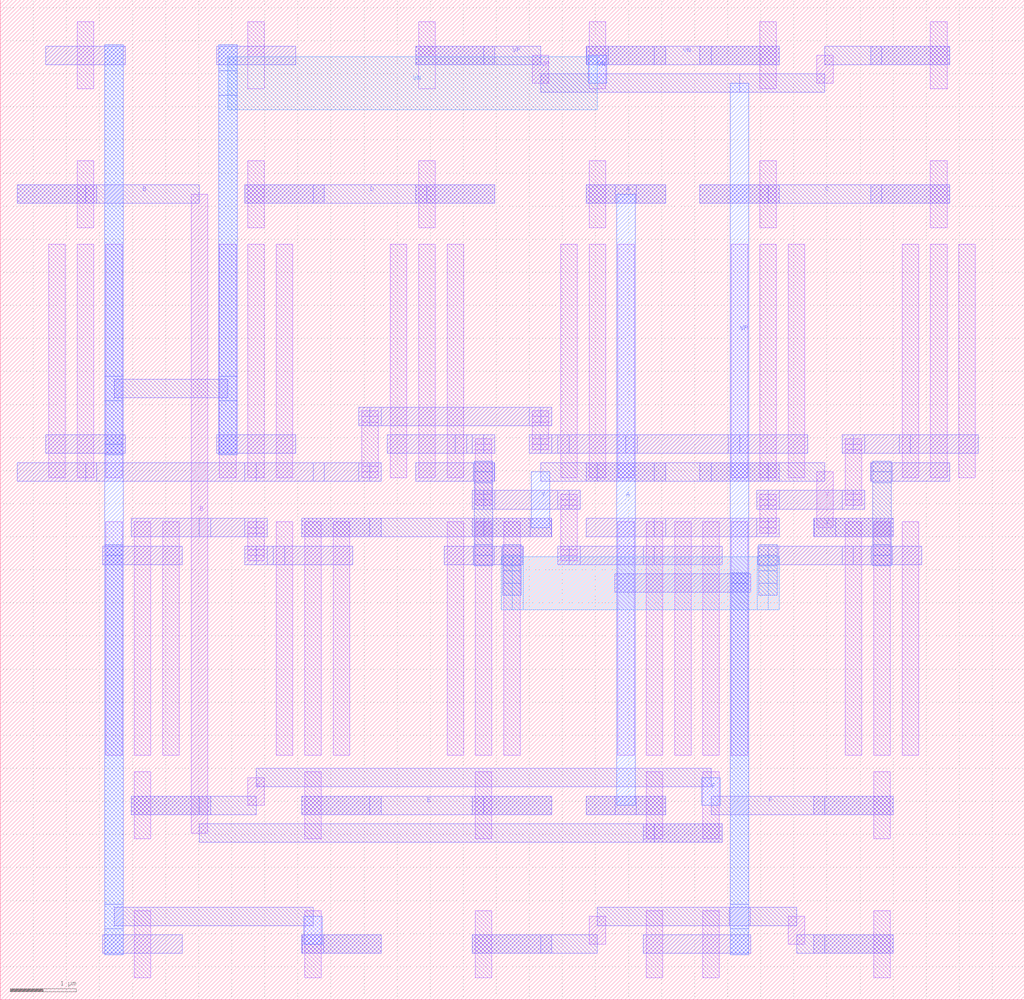
<source format=lef>
MACRO MY_FUNCTION
  ORIGIN 0 0 ;
  FOREIGN MY_FUNCTION 0 0 ;
  SIZE 15.48 BY 15.12 ;
  PIN A
    DIRECTION INOUT ;
    USE SIGNAL ;
    PORT 
      LAYER M2 ;
        RECT 8.86 2.8 10.06 3.08 ;
      LAYER M2 ;
        RECT 8.86 12.04 10.06 12.32 ;
      LAYER M2 ;
        RECT 9.3 2.8 9.62 3.08 ;
      LAYER M3 ;
        RECT 9.32 2.94 9.6 12.18 ;
      LAYER M2 ;
        RECT 9.3 12.04 9.62 12.32 ;
    END
  END A
  PIN B
    DIRECTION INOUT ;
    USE SIGNAL ;
    PORT 
      LAYER M2 ;
        RECT 9.72 2.38 10.92 2.66 ;
      LAYER M2 ;
        RECT 0.26 12.04 1.46 12.32 ;
      LAYER M2 ;
        RECT 3.01 2.38 9.89 2.66 ;
      LAYER M1 ;
        RECT 2.885 2.52 3.135 12.18 ;
      LAYER M2 ;
        RECT 1.29 12.04 3.01 12.32 ;
    END
  END B
  PIN VP
    DIRECTION INOUT ;
    USE SIGNAL ;
    PORT 
      LAYER M2 ;
        RECT 7.14 0.7 8.34 0.98 ;
      LAYER M2 ;
        RECT 12.3 0.7 13.5 0.98 ;
      LAYER M3 ;
        RECT 11.04 0.68 11.32 6.46 ;
      LAYER M2 ;
        RECT 13.16 14.14 14.36 14.42 ;
      LAYER M2 ;
        RECT 6.28 14.14 7.48 14.42 ;
      LAYER M2 ;
        RECT 8.17 0.7 9.03 0.98 ;
      LAYER M1 ;
        RECT 8.905 0.84 9.155 1.26 ;
      LAYER M2 ;
        RECT 9.03 1.12 12.04 1.4 ;
      LAYER M1 ;
        RECT 11.915 0.84 12.165 1.26 ;
      LAYER M2 ;
        RECT 12.04 0.7 12.47 0.98 ;
      LAYER M2 ;
        RECT 11.02 1.12 11.34 1.4 ;
      LAYER M3 ;
        RECT 11.04 1.075 11.32 1.445 ;
      LAYER M3 ;
        RECT 11.04 6.3 11.32 13.86 ;
      LAYER M2 ;
        RECT 11.18 13.72 12.47 14 ;
      LAYER M1 ;
        RECT 12.345 13.86 12.595 14.28 ;
      LAYER M2 ;
        RECT 12.47 14.14 13.33 14.42 ;
      LAYER M2 ;
        RECT 8.17 13.72 11.18 14 ;
      LAYER M1 ;
        RECT 8.045 13.86 8.295 14.28 ;
      LAYER M2 ;
        RECT 7.31 14.14 8.17 14.42 ;
    END
  END VP
  PIN VN
    DIRECTION INOUT ;
    USE SIGNAL ;
    PORT 
      LAYER M3 ;
        RECT 1.58 0.68 1.86 6.88 ;
      LAYER M2 ;
        RECT 4.56 0.7 5.76 0.98 ;
      LAYER M3 ;
        RECT 1.58 8.24 1.86 14.44 ;
      LAYER M3 ;
        RECT 3.3 8.24 3.58 14.44 ;
      LAYER M2 ;
        RECT 8.86 14.14 10.06 14.42 ;
      LAYER M2 ;
        RECT 10.58 14.14 11.78 14.42 ;
      LAYER M3 ;
        RECT 1.58 1.075 1.86 1.445 ;
      LAYER M2 ;
        RECT 1.72 1.12 4.73 1.4 ;
      LAYER M3 ;
        RECT 4.59 0.84 4.87 1.26 ;
      LAYER M2 ;
        RECT 4.57 0.7 4.89 0.98 ;
      LAYER M3 ;
        RECT 1.58 6.72 1.86 8.4 ;
      LAYER M3 ;
        RECT 1.58 9.055 1.86 9.425 ;
      LAYER M2 ;
        RECT 1.72 9.1 3.44 9.38 ;
      LAYER M3 ;
        RECT 3.3 9.055 3.58 9.425 ;
      LAYER M3 ;
        RECT 3.3 13.675 3.58 14.045 ;
      LAYER M4 ;
        RECT 3.44 13.46 9.03 14.26 ;
      LAYER M3 ;
        RECT 8.89 13.86 9.17 14.28 ;
      LAYER M2 ;
        RECT 8.87 14.14 9.19 14.42 ;
      LAYER M2 ;
        RECT 9.89 14.14 10.75 14.42 ;
    END
  END VN
  PIN D
    DIRECTION INOUT ;
    USE SIGNAL ;
    PORT 
      LAYER M2 ;
        RECT 3.7 12.04 4.9 12.32 ;
      LAYER M2 ;
        RECT 6.28 12.04 7.48 12.32 ;
      LAYER M2 ;
        RECT 4.73 12.04 6.45 12.32 ;
    END
  END D
  PIN F
    DIRECTION INOUT ;
    USE SIGNAL ;
    PORT 
      LAYER M2 ;
        RECT 1.98 2.8 3.18 3.08 ;
      LAYER M2 ;
        RECT 12.3 2.8 13.5 3.08 ;
      LAYER M2 ;
        RECT 3.01 2.8 3.87 3.08 ;
      LAYER M1 ;
        RECT 3.745 2.94 3.995 3.36 ;
      LAYER M2 ;
        RECT 3.87 3.22 10.75 3.5 ;
      LAYER M3 ;
        RECT 10.61 2.94 10.89 3.36 ;
      LAYER M2 ;
        RECT 10.75 2.8 12.47 3.08 ;
    END
  END F
  PIN Y
    DIRECTION INOUT ;
    USE SIGNAL ;
    PORT 
      LAYER M2 ;
        RECT 4.56 7 5.76 7.28 ;
      LAYER M2 ;
        RECT 7.14 7 8.34 7.28 ;
      LAYER M2 ;
        RECT 8.86 7.84 10.06 8.12 ;
      LAYER M2 ;
        RECT 10.58 7.84 11.78 8.12 ;
      LAYER M2 ;
        RECT 12.3 7 13.5 7.28 ;
      LAYER M2 ;
        RECT 5.59 7 7.31 7.28 ;
      LAYER M2 ;
        RECT 8.01 7 8.33 7.28 ;
      LAYER M3 ;
        RECT 8.03 7.14 8.31 7.98 ;
      LAYER M2 ;
        RECT 8.17 7.84 9.03 8.12 ;
      LAYER M2 ;
        RECT 9.89 7.84 10.75 8.12 ;
      LAYER M2 ;
        RECT 11.61 7.84 12.47 8.12 ;
      LAYER M1 ;
        RECT 12.345 7.14 12.595 7.98 ;
      LAYER M2 ;
        RECT 12.31 7 12.63 7.28 ;
    END
  END Y
  PIN C
    DIRECTION INOUT ;
    USE SIGNAL ;
    PORT 
      LAYER M2 ;
        RECT 10.58 12.04 11.78 12.32 ;
      LAYER M2 ;
        RECT 13.16 12.04 14.36 12.32 ;
      LAYER M2 ;
        RECT 11.61 12.04 13.33 12.32 ;
    END
  END C
  PIN E
    DIRECTION INOUT ;
    USE SIGNAL ;
    PORT 
      LAYER M2 ;
        RECT 4.56 2.8 5.76 3.08 ;
      LAYER M2 ;
        RECT 7.14 2.8 8.34 3.08 ;
      LAYER M2 ;
        RECT 5.59 2.8 7.31 3.08 ;
    END
  END E
  OBS 
  LAYER M2 ;
        RECT 8.86 7 10.06 7.28 ;
  LAYER M2 ;
        RECT 13.59 8.26 14.79 8.54 ;
  LAYER M2 ;
        RECT 9.89 7 11.61 7.28 ;
  LAYER M1 ;
        RECT 11.485 7.14 11.735 7.56 ;
  LAYER M2 ;
        RECT 11.61 7.42 12.9 7.7 ;
  LAYER M1 ;
        RECT 12.775 7.56 13.025 8.4 ;
  LAYER M2 ;
        RECT 12.9 8.26 13.76 8.54 ;
  LAYER M1 ;
        RECT 11.485 7.055 11.735 7.225 ;
  LAYER M2 ;
        RECT 11.44 7 11.78 7.28 ;
  LAYER M1 ;
        RECT 11.485 7.475 11.735 7.645 ;
  LAYER M2 ;
        RECT 11.44 7.42 11.78 7.7 ;
  LAYER M1 ;
        RECT 12.775 7.475 13.025 7.645 ;
  LAYER M2 ;
        RECT 12.73 7.42 13.07 7.7 ;
  LAYER M1 ;
        RECT 12.775 8.315 13.025 8.485 ;
  LAYER M2 ;
        RECT 12.73 8.26 13.07 8.54 ;
  LAYER M1 ;
        RECT 11.485 7.055 11.735 7.225 ;
  LAYER M2 ;
        RECT 11.44 7 11.78 7.28 ;
  LAYER M1 ;
        RECT 11.485 7.475 11.735 7.645 ;
  LAYER M2 ;
        RECT 11.44 7.42 11.78 7.7 ;
  LAYER M1 ;
        RECT 12.775 7.475 13.025 7.645 ;
  LAYER M2 ;
        RECT 12.73 7.42 13.07 7.7 ;
  LAYER M1 ;
        RECT 12.775 8.315 13.025 8.485 ;
  LAYER M2 ;
        RECT 12.73 8.26 13.07 8.54 ;
  LAYER M2 ;
        RECT 9.72 6.58 10.92 6.86 ;
  LAYER M2 ;
        RECT 5.85 8.26 7.05 8.54 ;
  LAYER M2 ;
        RECT 8.6 6.58 9.89 6.86 ;
  LAYER M1 ;
        RECT 8.475 6.72 8.725 7.56 ;
  LAYER M2 ;
        RECT 7.31 7.42 8.6 7.7 ;
  LAYER M1 ;
        RECT 7.185 7.56 7.435 8.4 ;
  LAYER M2 ;
        RECT 6.88 8.26 7.31 8.54 ;
  LAYER M1 ;
        RECT 7.185 7.475 7.435 7.645 ;
  LAYER M2 ;
        RECT 7.14 7.42 7.48 7.7 ;
  LAYER M1 ;
        RECT 7.185 8.315 7.435 8.485 ;
  LAYER M2 ;
        RECT 7.14 8.26 7.48 8.54 ;
  LAYER M1 ;
        RECT 8.475 6.635 8.725 6.805 ;
  LAYER M2 ;
        RECT 8.43 6.58 8.77 6.86 ;
  LAYER M1 ;
        RECT 8.475 7.475 8.725 7.645 ;
  LAYER M2 ;
        RECT 8.43 7.42 8.77 7.7 ;
  LAYER M1 ;
        RECT 7.185 7.475 7.435 7.645 ;
  LAYER M2 ;
        RECT 7.14 7.42 7.48 7.7 ;
  LAYER M1 ;
        RECT 7.185 8.315 7.435 8.485 ;
  LAYER M2 ;
        RECT 7.14 8.26 7.48 8.54 ;
  LAYER M1 ;
        RECT 8.475 6.635 8.725 6.805 ;
  LAYER M2 ;
        RECT 8.43 6.58 8.77 6.86 ;
  LAYER M1 ;
        RECT 8.475 7.475 8.725 7.645 ;
  LAYER M2 ;
        RECT 8.43 7.42 8.77 7.7 ;
  LAYER M2 ;
        RECT 0.26 7.84 1.46 8.12 ;
  LAYER M2 ;
        RECT 3.7 7.84 4.9 8.12 ;
  LAYER M2 ;
        RECT 8.43 8.26 9.63 8.54 ;
  LAYER M2 ;
        RECT 11.01 8.26 12.21 8.54 ;
  LAYER M2 ;
        RECT 1.29 7.84 3.87 8.12 ;
  LAYER M2 ;
        RECT 4.73 7.84 5.59 8.12 ;
  LAYER M1 ;
        RECT 5.465 7.98 5.715 8.82 ;
  LAYER M2 ;
        RECT 5.59 8.68 8.17 8.96 ;
  LAYER M1 ;
        RECT 8.045 8.4 8.295 8.82 ;
  LAYER M2 ;
        RECT 8.17 8.26 8.6 8.54 ;
  LAYER M2 ;
        RECT 9.46 8.26 11.18 8.54 ;
  LAYER M1 ;
        RECT 5.465 7.895 5.715 8.065 ;
  LAYER M2 ;
        RECT 5.42 7.84 5.76 8.12 ;
  LAYER M1 ;
        RECT 5.465 8.735 5.715 8.905 ;
  LAYER M2 ;
        RECT 5.42 8.68 5.76 8.96 ;
  LAYER M1 ;
        RECT 8.045 8.315 8.295 8.485 ;
  LAYER M2 ;
        RECT 8 8.26 8.34 8.54 ;
  LAYER M1 ;
        RECT 8.045 8.735 8.295 8.905 ;
  LAYER M2 ;
        RECT 8 8.68 8.34 8.96 ;
  LAYER M1 ;
        RECT 5.465 7.895 5.715 8.065 ;
  LAYER M2 ;
        RECT 5.42 7.84 5.76 8.12 ;
  LAYER M1 ;
        RECT 5.465 8.735 5.715 8.905 ;
  LAYER M2 ;
        RECT 5.42 8.68 5.76 8.96 ;
  LAYER M1 ;
        RECT 8.045 8.315 8.295 8.485 ;
  LAYER M2 ;
        RECT 8 8.26 8.34 8.54 ;
  LAYER M1 ;
        RECT 8.045 8.735 8.295 8.905 ;
  LAYER M2 ;
        RECT 8 8.68 8.34 8.96 ;
  LAYER M1 ;
        RECT 5.465 7.895 5.715 8.065 ;
  LAYER M2 ;
        RECT 5.42 7.84 5.76 8.12 ;
  LAYER M1 ;
        RECT 5.465 8.735 5.715 8.905 ;
  LAYER M2 ;
        RECT 5.42 8.68 5.76 8.96 ;
  LAYER M1 ;
        RECT 8.045 8.315 8.295 8.485 ;
  LAYER M2 ;
        RECT 8 8.26 8.34 8.54 ;
  LAYER M1 ;
        RECT 8.045 8.735 8.295 8.905 ;
  LAYER M2 ;
        RECT 8 8.68 8.34 8.96 ;
  LAYER M1 ;
        RECT 5.465 7.895 5.715 8.065 ;
  LAYER M2 ;
        RECT 5.42 7.84 5.76 8.12 ;
  LAYER M1 ;
        RECT 5.465 8.735 5.715 8.905 ;
  LAYER M2 ;
        RECT 5.42 8.68 5.76 8.96 ;
  LAYER M1 ;
        RECT 8.045 8.315 8.295 8.485 ;
  LAYER M2 ;
        RECT 8 8.26 8.34 8.54 ;
  LAYER M1 ;
        RECT 8.045 8.735 8.295 8.905 ;
  LAYER M2 ;
        RECT 8 8.68 8.34 8.96 ;
  LAYER M2 ;
        RECT 1.98 7 3.18 7.28 ;
  LAYER M2 ;
        RECT 4.13 6.58 5.33 6.86 ;
  LAYER M2 ;
        RECT 3.01 7 3.87 7.28 ;
  LAYER M1 ;
        RECT 3.745 6.72 3.995 7.14 ;
  LAYER M2 ;
        RECT 3.87 6.58 4.3 6.86 ;
  LAYER M1 ;
        RECT 3.745 6.635 3.995 6.805 ;
  LAYER M2 ;
        RECT 3.7 6.58 4.04 6.86 ;
  LAYER M1 ;
        RECT 3.745 7.055 3.995 7.225 ;
  LAYER M2 ;
        RECT 3.7 7 4.04 7.28 ;
  LAYER M1 ;
        RECT 3.745 6.635 3.995 6.805 ;
  LAYER M2 ;
        RECT 3.7 6.58 4.04 6.86 ;
  LAYER M1 ;
        RECT 3.745 7.055 3.995 7.225 ;
  LAYER M2 ;
        RECT 3.7 7 4.04 7.28 ;
  LAYER M2 ;
        RECT 6.71 6.58 7.91 6.86 ;
  LAYER M2 ;
        RECT 6.28 7.84 7.48 8.12 ;
  LAYER M2 ;
        RECT 12.73 6.58 13.93 6.86 ;
  LAYER M2 ;
        RECT 13.16 7.84 14.36 8.12 ;
  LAYER M2 ;
        RECT 7.15 6.58 7.47 6.86 ;
  LAYER M3 ;
        RECT 7.17 6.72 7.45 7.98 ;
  LAYER M2 ;
        RECT 7.15 7.84 7.47 8.12 ;
  LAYER M2 ;
        RECT 7.58 6.58 7.9 6.86 ;
  LAYER M3 ;
        RECT 7.6 6.3 7.88 6.72 ;
  LAYER M4 ;
        RECT 7.74 5.9 11.61 6.7 ;
  LAYER M3 ;
        RECT 11.47 6.3 11.75 6.72 ;
  LAYER M2 ;
        RECT 11.61 6.58 12.9 6.86 ;
  LAYER M2 ;
        RECT 13.17 6.58 13.49 6.86 ;
  LAYER M3 ;
        RECT 13.19 6.72 13.47 7.98 ;
  LAYER M2 ;
        RECT 13.17 7.84 13.49 8.12 ;
  LAYER M2 ;
        RECT 7.15 6.58 7.47 6.86 ;
  LAYER M3 ;
        RECT 7.17 6.56 7.45 6.88 ;
  LAYER M2 ;
        RECT 7.15 7.84 7.47 8.12 ;
  LAYER M3 ;
        RECT 7.17 7.82 7.45 8.14 ;
  LAYER M2 ;
        RECT 7.15 6.58 7.47 6.86 ;
  LAYER M3 ;
        RECT 7.17 6.56 7.45 6.88 ;
  LAYER M2 ;
        RECT 7.15 7.84 7.47 8.12 ;
  LAYER M3 ;
        RECT 7.17 7.82 7.45 8.14 ;
  LAYER M2 ;
        RECT 7.15 6.58 7.47 6.86 ;
  LAYER M3 ;
        RECT 7.17 6.56 7.45 6.88 ;
  LAYER M2 ;
        RECT 7.15 7.84 7.47 8.12 ;
  LAYER M3 ;
        RECT 7.17 7.82 7.45 8.14 ;
  LAYER M2 ;
        RECT 7.58 6.58 7.9 6.86 ;
  LAYER M3 ;
        RECT 7.6 6.56 7.88 6.88 ;
  LAYER M2 ;
        RECT 11.45 6.58 11.77 6.86 ;
  LAYER M3 ;
        RECT 11.47 6.56 11.75 6.88 ;
  LAYER M3 ;
        RECT 7.6 6.115 7.88 6.485 ;
  LAYER M4 ;
        RECT 7.575 5.9 7.905 6.7 ;
  LAYER M3 ;
        RECT 11.47 6.115 11.75 6.485 ;
  LAYER M4 ;
        RECT 11.445 5.9 11.775 6.7 ;
  LAYER M2 ;
        RECT 7.15 6.58 7.47 6.86 ;
  LAYER M3 ;
        RECT 7.17 6.56 7.45 6.88 ;
  LAYER M2 ;
        RECT 7.15 7.84 7.47 8.12 ;
  LAYER M3 ;
        RECT 7.17 7.82 7.45 8.14 ;
  LAYER M2 ;
        RECT 7.58 6.58 7.9 6.86 ;
  LAYER M3 ;
        RECT 7.6 6.56 7.88 6.88 ;
  LAYER M2 ;
        RECT 11.45 6.58 11.77 6.86 ;
  LAYER M3 ;
        RECT 11.47 6.56 11.75 6.88 ;
  LAYER M3 ;
        RECT 7.6 6.115 7.88 6.485 ;
  LAYER M4 ;
        RECT 7.575 5.9 7.905 6.7 ;
  LAYER M3 ;
        RECT 11.47 6.115 11.75 6.485 ;
  LAYER M4 ;
        RECT 11.445 5.9 11.775 6.7 ;
  LAYER M2 ;
        RECT 7.15 6.58 7.47 6.86 ;
  LAYER M3 ;
        RECT 7.17 6.56 7.45 6.88 ;
  LAYER M2 ;
        RECT 7.15 7.84 7.47 8.12 ;
  LAYER M3 ;
        RECT 7.17 7.82 7.45 8.14 ;
  LAYER M2 ;
        RECT 7.58 6.58 7.9 6.86 ;
  LAYER M3 ;
        RECT 7.6 6.56 7.88 6.88 ;
  LAYER M2 ;
        RECT 11.45 6.58 11.77 6.86 ;
  LAYER M3 ;
        RECT 11.47 6.56 11.75 6.88 ;
  LAYER M2 ;
        RECT 13.17 6.58 13.49 6.86 ;
  LAYER M3 ;
        RECT 13.19 6.56 13.47 6.88 ;
  LAYER M2 ;
        RECT 13.17 7.84 13.49 8.12 ;
  LAYER M3 ;
        RECT 13.19 7.82 13.47 8.14 ;
  LAYER M3 ;
        RECT 7.6 6.115 7.88 6.485 ;
  LAYER M4 ;
        RECT 7.575 5.9 7.905 6.7 ;
  LAYER M3 ;
        RECT 11.47 6.115 11.75 6.485 ;
  LAYER M4 ;
        RECT 11.445 5.9 11.775 6.7 ;
  LAYER M2 ;
        RECT 7.15 6.58 7.47 6.86 ;
  LAYER M3 ;
        RECT 7.17 6.56 7.45 6.88 ;
  LAYER M2 ;
        RECT 7.15 7.84 7.47 8.12 ;
  LAYER M3 ;
        RECT 7.17 7.82 7.45 8.14 ;
  LAYER M2 ;
        RECT 7.58 6.58 7.9 6.86 ;
  LAYER M3 ;
        RECT 7.6 6.56 7.88 6.88 ;
  LAYER M2 ;
        RECT 11.45 6.58 11.77 6.86 ;
  LAYER M3 ;
        RECT 11.47 6.56 11.75 6.88 ;
  LAYER M2 ;
        RECT 13.17 6.58 13.49 6.86 ;
  LAYER M3 ;
        RECT 13.19 6.56 13.47 6.88 ;
  LAYER M2 ;
        RECT 13.17 7.84 13.49 8.12 ;
  LAYER M3 ;
        RECT 13.19 7.82 13.47 8.14 ;
  LAYER M3 ;
        RECT 7.6 6.115 7.88 6.485 ;
  LAYER M4 ;
        RECT 7.575 5.9 7.905 6.7 ;
  LAYER M3 ;
        RECT 11.47 6.115 11.75 6.485 ;
  LAYER M4 ;
        RECT 11.445 5.9 11.775 6.7 ;
  LAYER M1 ;
        RECT 9.765 3.695 10.015 7.225 ;
  LAYER M1 ;
        RECT 9.765 2.435 10.015 3.445 ;
  LAYER M1 ;
        RECT 9.765 0.335 10.015 1.345 ;
  LAYER M1 ;
        RECT 9.335 3.695 9.585 7.225 ;
  LAYER M1 ;
        RECT 10.195 3.695 10.445 7.225 ;
  LAYER M1 ;
        RECT 10.625 3.695 10.875 7.225 ;
  LAYER M1 ;
        RECT 10.625 2.435 10.875 3.445 ;
  LAYER M1 ;
        RECT 10.625 0.335 10.875 1.345 ;
  LAYER M1 ;
        RECT 11.055 3.695 11.305 7.225 ;
  LAYER M2 ;
        RECT 9.72 0.7 11.35 0.98 ;
  LAYER M2 ;
        RECT 9.29 6.16 11.35 6.44 ;
  LAYER M2 ;
        RECT 8.86 7 10.06 7.28 ;
  LAYER M2 ;
        RECT 9.72 6.58 10.92 6.86 ;
  LAYER M2 ;
        RECT 8.86 2.8 10.06 3.08 ;
  LAYER M2 ;
        RECT 9.72 2.38 10.92 2.66 ;
  LAYER M3 ;
        RECT 11.04 0.68 11.32 6.46 ;
  LAYER M1 ;
        RECT 1.165 7.895 1.415 11.425 ;
  LAYER M1 ;
        RECT 1.165 11.675 1.415 12.685 ;
  LAYER M1 ;
        RECT 1.165 13.775 1.415 14.785 ;
  LAYER M1 ;
        RECT 0.735 7.895 0.985 11.425 ;
  LAYER M1 ;
        RECT 1.595 7.895 1.845 11.425 ;
  LAYER M2 ;
        RECT 0.69 14.14 1.89 14.42 ;
  LAYER M2 ;
        RECT 0.69 8.26 1.89 8.54 ;
  LAYER M2 ;
        RECT 0.26 7.84 1.46 8.12 ;
  LAYER M2 ;
        RECT 0.26 12.04 1.46 12.32 ;
  LAYER M3 ;
        RECT 1.58 8.24 1.86 14.44 ;
  LAYER M1 ;
        RECT 3.745 7.895 3.995 11.425 ;
  LAYER M1 ;
        RECT 3.745 11.675 3.995 12.685 ;
  LAYER M1 ;
        RECT 3.745 13.775 3.995 14.785 ;
  LAYER M1 ;
        RECT 4.175 7.895 4.425 11.425 ;
  LAYER M1 ;
        RECT 3.315 7.895 3.565 11.425 ;
  LAYER M2 ;
        RECT 3.27 14.14 4.47 14.42 ;
  LAYER M2 ;
        RECT 3.27 8.26 4.47 8.54 ;
  LAYER M2 ;
        RECT 3.7 7.84 4.9 8.12 ;
  LAYER M2 ;
        RECT 3.7 12.04 4.9 12.32 ;
  LAYER M3 ;
        RECT 3.3 8.24 3.58 14.44 ;
  LAYER M1 ;
        RECT 2.025 3.695 2.275 7.225 ;
  LAYER M1 ;
        RECT 2.025 2.435 2.275 3.445 ;
  LAYER M1 ;
        RECT 2.025 0.335 2.275 1.345 ;
  LAYER M1 ;
        RECT 2.455 3.695 2.705 7.225 ;
  LAYER M1 ;
        RECT 1.595 3.695 1.845 7.225 ;
  LAYER M2 ;
        RECT 1.55 0.7 2.75 0.98 ;
  LAYER M2 ;
        RECT 1.55 6.58 2.75 6.86 ;
  LAYER M2 ;
        RECT 1.98 7 3.18 7.28 ;
  LAYER M2 ;
        RECT 1.98 2.8 3.18 3.08 ;
  LAYER M3 ;
        RECT 1.58 0.68 1.86 6.88 ;
  LAYER M1 ;
        RECT 8.905 7.895 9.155 11.425 ;
  LAYER M1 ;
        RECT 8.905 11.675 9.155 12.685 ;
  LAYER M1 ;
        RECT 8.905 13.775 9.155 14.785 ;
  LAYER M1 ;
        RECT 9.335 7.895 9.585 11.425 ;
  LAYER M1 ;
        RECT 8.475 7.895 8.725 11.425 ;
  LAYER M2 ;
        RECT 8.86 14.14 10.06 14.42 ;
  LAYER M2 ;
        RECT 8.86 7.84 10.06 8.12 ;
  LAYER M2 ;
        RECT 8.86 12.04 10.06 12.32 ;
  LAYER M2 ;
        RECT 8.43 8.26 9.63 8.54 ;
  LAYER M1 ;
        RECT 11.485 7.895 11.735 11.425 ;
  LAYER M1 ;
        RECT 11.485 11.675 11.735 12.685 ;
  LAYER M1 ;
        RECT 11.485 13.775 11.735 14.785 ;
  LAYER M1 ;
        RECT 11.055 7.895 11.305 11.425 ;
  LAYER M1 ;
        RECT 11.915 7.895 12.165 11.425 ;
  LAYER M2 ;
        RECT 10.58 14.14 11.78 14.42 ;
  LAYER M2 ;
        RECT 10.58 7.84 11.78 8.12 ;
  LAYER M2 ;
        RECT 10.58 12.04 11.78 12.32 ;
  LAYER M2 ;
        RECT 11.01 8.26 12.21 8.54 ;
  LAYER M1 ;
        RECT 4.605 3.695 4.855 7.225 ;
  LAYER M1 ;
        RECT 4.605 2.435 4.855 3.445 ;
  LAYER M1 ;
        RECT 4.605 0.335 4.855 1.345 ;
  LAYER M1 ;
        RECT 5.035 3.695 5.285 7.225 ;
  LAYER M1 ;
        RECT 4.175 3.695 4.425 7.225 ;
  LAYER M2 ;
        RECT 4.56 0.7 5.76 0.98 ;
  LAYER M2 ;
        RECT 4.56 7 5.76 7.28 ;
  LAYER M2 ;
        RECT 4.56 2.8 5.76 3.08 ;
  LAYER M2 ;
        RECT 4.13 6.58 5.33 6.86 ;
  LAYER M1 ;
        RECT 7.185 3.695 7.435 7.225 ;
  LAYER M1 ;
        RECT 7.185 2.435 7.435 3.445 ;
  LAYER M1 ;
        RECT 7.185 0.335 7.435 1.345 ;
  LAYER M1 ;
        RECT 7.615 3.695 7.865 7.225 ;
  LAYER M1 ;
        RECT 6.755 3.695 7.005 7.225 ;
  LAYER M2 ;
        RECT 7.14 0.7 8.34 0.98 ;
  LAYER M2 ;
        RECT 7.14 7 8.34 7.28 ;
  LAYER M2 ;
        RECT 7.14 2.8 8.34 3.08 ;
  LAYER M2 ;
        RECT 6.71 6.58 7.91 6.86 ;
  LAYER M1 ;
        RECT 13.205 3.695 13.455 7.225 ;
  LAYER M1 ;
        RECT 13.205 2.435 13.455 3.445 ;
  LAYER M1 ;
        RECT 13.205 0.335 13.455 1.345 ;
  LAYER M1 ;
        RECT 12.775 3.695 13.025 7.225 ;
  LAYER M1 ;
        RECT 13.635 3.695 13.885 7.225 ;
  LAYER M2 ;
        RECT 12.3 0.7 13.5 0.98 ;
  LAYER M2 ;
        RECT 12.3 7 13.5 7.28 ;
  LAYER M2 ;
        RECT 12.3 2.8 13.5 3.08 ;
  LAYER M2 ;
        RECT 12.73 6.58 13.93 6.86 ;
  LAYER M1 ;
        RECT 14.065 7.895 14.315 11.425 ;
  LAYER M1 ;
        RECT 14.065 11.675 14.315 12.685 ;
  LAYER M1 ;
        RECT 14.065 13.775 14.315 14.785 ;
  LAYER M1 ;
        RECT 13.635 7.895 13.885 11.425 ;
  LAYER M1 ;
        RECT 14.495 7.895 14.745 11.425 ;
  LAYER M2 ;
        RECT 13.16 14.14 14.36 14.42 ;
  LAYER M2 ;
        RECT 13.16 7.84 14.36 8.12 ;
  LAYER M2 ;
        RECT 13.16 12.04 14.36 12.32 ;
  LAYER M2 ;
        RECT 13.59 8.26 14.79 8.54 ;
  LAYER M1 ;
        RECT 6.325 7.895 6.575 11.425 ;
  LAYER M1 ;
        RECT 6.325 11.675 6.575 12.685 ;
  LAYER M1 ;
        RECT 6.325 13.775 6.575 14.785 ;
  LAYER M1 ;
        RECT 6.755 7.895 7.005 11.425 ;
  LAYER M1 ;
        RECT 5.895 7.895 6.145 11.425 ;
  LAYER M2 ;
        RECT 6.28 14.14 7.48 14.42 ;
  LAYER M2 ;
        RECT 6.28 7.84 7.48 8.12 ;
  LAYER M2 ;
        RECT 6.28 12.04 7.48 12.32 ;
  LAYER M2 ;
        RECT 5.85 8.26 7.05 8.54 ;
  END 
END MY_FUNCTION

</source>
